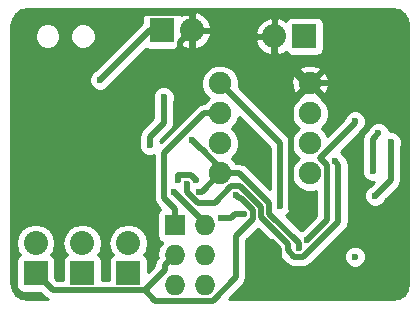
<source format=gbl>
G04 #@! TF.FileFunction,Copper,L2,Bot,Signal*
%FSLAX46Y46*%
G04 Gerber Fmt 4.6, Leading zero omitted, Abs format (unit mm)*
G04 Created by KiCad (PCBNEW (2015-11-17 BZR 6321)-product) date Tue 19 Jan 2016 02:12:06 PM EST*
%MOMM*%
G01*
G04 APERTURE LIST*
%ADD10C,0.100000*%
%ADD11C,1.905000*%
%ADD12R,2.032000X2.032000*%
%ADD13O,2.032000X2.032000*%
%ADD14R,1.727200X1.727200*%
%ADD15O,1.727200X1.727200*%
%ADD16C,0.600000*%
%ADD17C,0.500000*%
%ADD18C,0.254000*%
G04 APERTURE END LIST*
D10*
D11*
X181000000Y-106620000D03*
X181000000Y-104080000D03*
X181000000Y-101540000D03*
X181000000Y-99000000D03*
X173380000Y-99000000D03*
X173380000Y-101540000D03*
X173380000Y-104080000D03*
X173380000Y-106620000D03*
D12*
X180500000Y-95000000D03*
D13*
X177960000Y-95000000D03*
D14*
X169560000Y-111000000D03*
D15*
X172100000Y-111000000D03*
X169560000Y-113540000D03*
X172100000Y-113540000D03*
X169560000Y-116080000D03*
X172100000Y-116080000D03*
D12*
X165600000Y-115058273D03*
D13*
X165600000Y-112518273D03*
D12*
X161700000Y-115058273D03*
D13*
X161700000Y-112518273D03*
D12*
X157750000Y-115058273D03*
D13*
X157750000Y-112518273D03*
D12*
X168460000Y-94500000D03*
D13*
X171000000Y-94500000D03*
D16*
X188000000Y-98000000D03*
X186000000Y-98000000D03*
X171000000Y-101000000D03*
X165000000Y-101000000D03*
X176000000Y-104000000D03*
X179400000Y-109500000D03*
X177800000Y-112400000D03*
X180400000Y-116000000D03*
X176200000Y-113999979D03*
X159300000Y-100100000D03*
X169500000Y-108236366D03*
X171613118Y-108162465D03*
X171000000Y-103800000D03*
X167400000Y-104200000D03*
X168588223Y-100181089D03*
X180026255Y-112934432D03*
X184800000Y-113667337D03*
X186780344Y-103219656D03*
X186300000Y-106400000D03*
X186500000Y-108500000D03*
X187800000Y-104000000D03*
X175400000Y-110100000D03*
X173413601Y-110369471D03*
X178464162Y-109375151D03*
X174690995Y-108420304D03*
X171316607Y-107179618D03*
X169799978Y-107200000D03*
X170562647Y-107486346D03*
X183065252Y-105595672D03*
X180730344Y-112230344D03*
X184800000Y-102200000D03*
X163200000Y-98700000D03*
D17*
X181000000Y-99000000D02*
X185000000Y-99000000D01*
X185000000Y-99000000D02*
X186000000Y-98000000D01*
X186000000Y-98000000D02*
X188000000Y-98000000D01*
X171000000Y-94500000D02*
X171000000Y-101000000D01*
X171000000Y-94500000D02*
X169984001Y-95515999D01*
X169984001Y-95515999D02*
X169984001Y-96015999D01*
X169984001Y-96015999D02*
X165000000Y-101000000D01*
X179400000Y-109500000D02*
X179400000Y-100600000D01*
X179400000Y-100600000D02*
X181000000Y-99000000D01*
X178399979Y-113999979D02*
X178399979Y-112999979D01*
X178399979Y-112999979D02*
X177800000Y-112400000D01*
X176200000Y-113999979D02*
X178399979Y-113999979D01*
X178399979Y-113999979D02*
X180400000Y-116000000D01*
X171000000Y-93063160D02*
X170970839Y-93033999D01*
X171000000Y-94500000D02*
X171000000Y-93063160D01*
X170970839Y-93033999D02*
X166366001Y-93033999D01*
X166366001Y-93033999D02*
X159300000Y-100100000D01*
X177960000Y-95000000D02*
X177960000Y-96436840D01*
X177960000Y-96436840D02*
X180523160Y-99000000D01*
X180523160Y-99000000D02*
X181000000Y-99000000D01*
X180026255Y-112510168D02*
X180026255Y-112934432D01*
X177550024Y-110033937D02*
X180026255Y-112510168D01*
X177550024Y-109160090D02*
X177550024Y-110033937D01*
X175009934Y-106620000D02*
X177550024Y-109160090D01*
X173380000Y-106620000D02*
X175009934Y-106620000D01*
X173380000Y-106620000D02*
X171837535Y-108162465D01*
X171837535Y-108162465D02*
X171613118Y-108162465D01*
X172100000Y-111000000D02*
X172100000Y-110836366D01*
X172100000Y-110836366D02*
X169500000Y-108236366D01*
X171800000Y-104575703D02*
X171775703Y-104575703D01*
X171775703Y-104575703D02*
X171000000Y-103800000D01*
X167400000Y-103500000D02*
X167400000Y-104200000D01*
X168588223Y-102311777D02*
X167400000Y-103500000D01*
X168588223Y-100181089D02*
X168588223Y-102311777D01*
X173380000Y-106155703D02*
X171800000Y-104575703D01*
X173380000Y-106620000D02*
X173380000Y-106155703D01*
X186480345Y-103519655D02*
X186780344Y-103219656D01*
X186300000Y-103700000D02*
X186480345Y-103519655D01*
X186300000Y-106400000D02*
X186300000Y-103700000D01*
X187800000Y-104000000D02*
X187800000Y-107200000D01*
X187800000Y-107200000D02*
X186500000Y-108500000D01*
X175400000Y-110100000D02*
X174600000Y-110100000D01*
X174600000Y-110100000D02*
X174330529Y-110369471D01*
X174330529Y-110369471D02*
X173413601Y-110369471D01*
X178464162Y-108950887D02*
X178464162Y-109375151D01*
X178464162Y-104084162D02*
X178464162Y-108950887D01*
X173380000Y-99000000D02*
X178464162Y-104084162D01*
X168649998Y-108726398D02*
X168649998Y-104922964D01*
X172032962Y-101540000D02*
X173380000Y-101540000D01*
X168649998Y-104922964D02*
X172032962Y-101540000D01*
X169560000Y-111000000D02*
X169560000Y-109636400D01*
X169560000Y-109636400D02*
X168649998Y-108726398D01*
X174690995Y-115433135D02*
X174690995Y-111919009D01*
X172730529Y-117393601D02*
X174690995Y-115433135D01*
X174990994Y-108720303D02*
X174690995Y-108420304D01*
X175130307Y-108720303D02*
X174990994Y-108720303D01*
X176150002Y-109739998D02*
X175130307Y-108720303D01*
X176150002Y-110460002D02*
X176150002Y-109739998D01*
X174690995Y-111919009D02*
X176150002Y-110460002D01*
X167845328Y-117393601D02*
X172730529Y-117393601D01*
X166976001Y-116524274D02*
X167845328Y-117393601D01*
X159216001Y-116524274D02*
X166976001Y-116524274D01*
X166976001Y-116524274D02*
X168696401Y-114803874D01*
X168696401Y-114803874D02*
X168696401Y-114403599D01*
X168696401Y-114403599D02*
X169560000Y-113540000D01*
X157750000Y-115058273D02*
X159216001Y-116524274D01*
X171016608Y-106879619D02*
X171316607Y-107179618D01*
X170873333Y-106736344D02*
X171016608Y-106879619D01*
X169839370Y-106736344D02*
X170873333Y-106736344D01*
X169799978Y-107200000D02*
X169799978Y-106775736D01*
X169799978Y-106775736D02*
X169839370Y-106736344D01*
X171489974Y-109100010D02*
X170562647Y-108172683D01*
X179099990Y-112589986D02*
X176850013Y-110340009D01*
X176850013Y-110340009D02*
X176850013Y-109450044D01*
X170562647Y-108172683D02*
X170562647Y-107910610D01*
X170562647Y-107910610D02*
X170562647Y-107486346D01*
X172901285Y-109100010D02*
X171489974Y-109100010D01*
X174330993Y-107670302D02*
X172901285Y-109100010D01*
X175070271Y-107670302D02*
X174330993Y-107670302D01*
X176850013Y-109450044D02*
X175070271Y-107670302D01*
X179099990Y-113118171D02*
X179099990Y-112589986D01*
X179666253Y-113684434D02*
X179099990Y-113118171D01*
X180386257Y-113684434D02*
X179666253Y-113684434D01*
X183365251Y-110705440D02*
X180386257Y-113684434D01*
X183065252Y-105595672D02*
X183365251Y-105895671D01*
X183365251Y-105895671D02*
X183365251Y-110705440D01*
X182402501Y-105946799D02*
X182402501Y-110558187D01*
X181805702Y-105350000D02*
X182402501Y-105946799D01*
X184800000Y-102200000D02*
X184800000Y-102355702D01*
X182402501Y-110558187D02*
X180730344Y-112230344D01*
X184800000Y-102355702D02*
X181805702Y-105350000D01*
X163200000Y-98700000D02*
X167400000Y-94500000D01*
X167400000Y-94500000D02*
X168460000Y-94500000D01*
D18*
G36*
X188488338Y-92821046D02*
X188902333Y-93097669D01*
X189178953Y-93511660D01*
X189290000Y-94069931D01*
X189290000Y-115930069D01*
X189178953Y-116488340D01*
X188902333Y-116902331D01*
X188488338Y-117178954D01*
X187930069Y-117290000D01*
X174085710Y-117290000D01*
X175316782Y-116058927D01*
X175316785Y-116058925D01*
X175508628Y-115771810D01*
X175508629Y-115771809D01*
X175575996Y-115433135D01*
X175575995Y-115433130D01*
X175575995Y-112285589D01*
X176560004Y-111301579D01*
X178214990Y-112956565D01*
X178214990Y-113118166D01*
X178214989Y-113118171D01*
X178270022Y-113394833D01*
X178282357Y-113456846D01*
X178462616Y-113726624D01*
X178474200Y-113743961D01*
X179040461Y-114310221D01*
X179040463Y-114310224D01*
X179327578Y-114502067D01*
X179383769Y-114513244D01*
X179666253Y-114569435D01*
X179666258Y-114569434D01*
X180386252Y-114569434D01*
X180386257Y-114569435D01*
X180668741Y-114513244D01*
X180724932Y-114502067D01*
X181012047Y-114310224D01*
X181469766Y-113852504D01*
X183864838Y-113852504D01*
X184006883Y-114196280D01*
X184269673Y-114459529D01*
X184613201Y-114602175D01*
X184985167Y-114602499D01*
X185328943Y-114460454D01*
X185592192Y-114197664D01*
X185734838Y-113854136D01*
X185735162Y-113482170D01*
X185593117Y-113138394D01*
X185330327Y-112875145D01*
X184986799Y-112732499D01*
X184614833Y-112732175D01*
X184271057Y-112874220D01*
X184007808Y-113137010D01*
X183865162Y-113480538D01*
X183864838Y-113852504D01*
X181469766Y-113852504D01*
X183991038Y-111331232D01*
X183991041Y-111331230D01*
X184182884Y-111044115D01*
X184213104Y-110892192D01*
X184250252Y-110705440D01*
X184250251Y-110705435D01*
X184250251Y-106585167D01*
X185364838Y-106585167D01*
X185506883Y-106928943D01*
X185769673Y-107192192D01*
X186113201Y-107334838D01*
X186413321Y-107335099D01*
X186091164Y-107657256D01*
X185971057Y-107706883D01*
X185707808Y-107969673D01*
X185565162Y-108313201D01*
X185564838Y-108685167D01*
X185706883Y-109028943D01*
X185969673Y-109292192D01*
X186313201Y-109434838D01*
X186685167Y-109435162D01*
X187028943Y-109293117D01*
X187292192Y-109030327D01*
X187342566Y-108909014D01*
X188425787Y-107825792D01*
X188425790Y-107825790D01*
X188617633Y-107538675D01*
X188644914Y-107401526D01*
X188685001Y-107200000D01*
X188685000Y-107199995D01*
X188685000Y-104306822D01*
X188734838Y-104186799D01*
X188735162Y-103814833D01*
X188593117Y-103471057D01*
X188330327Y-103207808D01*
X187986799Y-103065162D01*
X187715479Y-103064926D01*
X187715506Y-103034489D01*
X187573461Y-102690713D01*
X187310671Y-102427464D01*
X186967143Y-102284818D01*
X186595177Y-102284494D01*
X186251401Y-102426539D01*
X185988152Y-102689329D01*
X185937778Y-102810642D01*
X185854555Y-102893865D01*
X185854553Y-102893868D01*
X185674210Y-103074210D01*
X185482367Y-103361325D01*
X185482367Y-103361326D01*
X185414999Y-103700000D01*
X185415000Y-103700005D01*
X185415000Y-106093178D01*
X185365162Y-106213201D01*
X185364838Y-106585167D01*
X184250251Y-106585167D01*
X184250251Y-105895676D01*
X184250252Y-105895671D01*
X184182884Y-105556997D01*
X184182884Y-105556996D01*
X183991041Y-105269881D01*
X183991038Y-105269879D01*
X183907997Y-105186837D01*
X183858369Y-105066729D01*
X183599687Y-104807595D01*
X185425787Y-102981494D01*
X185425790Y-102981492D01*
X185617633Y-102694377D01*
X185627300Y-102645778D01*
X185734838Y-102386799D01*
X185735162Y-102014833D01*
X185593117Y-101671057D01*
X185330327Y-101407808D01*
X184986799Y-101265162D01*
X184614833Y-101264838D01*
X184271057Y-101406883D01*
X184007808Y-101669673D01*
X183865162Y-102013201D01*
X183865140Y-102038983D01*
X182456418Y-103447704D01*
X182346602Y-103181928D01*
X181975065Y-102809743D01*
X182345032Y-102440421D01*
X182587224Y-101857159D01*
X182587775Y-101225612D01*
X182346602Y-100641928D01*
X181908471Y-100203032D01*
X181938554Y-100118159D01*
X181000000Y-99179605D01*
X180061446Y-100118159D01*
X180091725Y-100203583D01*
X179654968Y-100639579D01*
X179412776Y-101222841D01*
X179412225Y-101854388D01*
X179653398Y-102438072D01*
X180024935Y-102810257D01*
X179654968Y-103179579D01*
X179412776Y-103762841D01*
X179412225Y-104394388D01*
X179653398Y-104978072D01*
X180024935Y-105350257D01*
X179654968Y-105719579D01*
X179412776Y-106302841D01*
X179412225Y-106934388D01*
X179653398Y-107518072D01*
X180099579Y-107965032D01*
X180682841Y-108207224D01*
X181314388Y-108207775D01*
X181517501Y-108123851D01*
X181517501Y-110191608D01*
X180321508Y-111387600D01*
X180203872Y-111436206D01*
X178952650Y-110184984D01*
X178993105Y-110168268D01*
X179256354Y-109905478D01*
X179399000Y-109561950D01*
X179399324Y-109189984D01*
X179349162Y-109068582D01*
X179349162Y-104084167D01*
X179349163Y-104084162D01*
X179281795Y-103745488D01*
X179281795Y-103745487D01*
X179089952Y-103458372D01*
X179089949Y-103458370D01*
X174961800Y-99330221D01*
X174967224Y-99317159D01*
X174967721Y-98746801D01*
X179401325Y-98746801D01*
X179426122Y-99377861D01*
X179619912Y-99845712D01*
X179881841Y-99938554D01*
X180820395Y-99000000D01*
X181179605Y-99000000D01*
X182118159Y-99938554D01*
X182380088Y-99845712D01*
X182598675Y-99253199D01*
X182573878Y-98622139D01*
X182380088Y-98154288D01*
X182118159Y-98061446D01*
X181179605Y-99000000D01*
X180820395Y-99000000D01*
X179881841Y-98061446D01*
X179619912Y-98154288D01*
X179401325Y-98746801D01*
X174967721Y-98746801D01*
X174967775Y-98685612D01*
X174726602Y-98101928D01*
X174506899Y-97881841D01*
X180061446Y-97881841D01*
X181000000Y-98820395D01*
X181938554Y-97881841D01*
X181845712Y-97619912D01*
X181253199Y-97401325D01*
X180622139Y-97426122D01*
X180154288Y-97619912D01*
X180061446Y-97881841D01*
X174506899Y-97881841D01*
X174280421Y-97654968D01*
X173697159Y-97412776D01*
X173065612Y-97412225D01*
X172481928Y-97653398D01*
X172034968Y-98099579D01*
X171792776Y-98682841D01*
X171792225Y-99314388D01*
X172033398Y-99898072D01*
X172404935Y-100270257D01*
X172034968Y-100639579D01*
X172028169Y-100655952D01*
X171694288Y-100722366D01*
X171694286Y-100722367D01*
X171694287Y-100722367D01*
X171407172Y-100914210D01*
X171407170Y-100914213D01*
X168326796Y-103994586D01*
X168285000Y-103893431D01*
X168285000Y-103866580D01*
X169214010Y-102937569D01*
X169214013Y-102937567D01*
X169405856Y-102650452D01*
X169437220Y-102492776D01*
X169473224Y-102311777D01*
X169473223Y-102311772D01*
X169473223Y-100487911D01*
X169523061Y-100367888D01*
X169523385Y-99995922D01*
X169381340Y-99652146D01*
X169118550Y-99388897D01*
X168775022Y-99246251D01*
X168403056Y-99245927D01*
X168059280Y-99387972D01*
X167796031Y-99650762D01*
X167653385Y-99994290D01*
X167653061Y-100366256D01*
X167703223Y-100487658D01*
X167703223Y-101945198D01*
X166774210Y-102874210D01*
X166582367Y-103161325D01*
X166575315Y-103196777D01*
X166514999Y-103500000D01*
X166515000Y-103500005D01*
X166515000Y-103893178D01*
X166465162Y-104013201D01*
X166464838Y-104385167D01*
X166606883Y-104728943D01*
X166869673Y-104992192D01*
X167213201Y-105134838D01*
X167585167Y-105135162D01*
X167764998Y-105060858D01*
X167764998Y-108726393D01*
X167764997Y-108726398D01*
X167809601Y-108950631D01*
X167832365Y-109065073D01*
X168001119Y-109317633D01*
X168024208Y-109352188D01*
X168305423Y-109633403D01*
X168244959Y-109672310D01*
X168099969Y-109884510D01*
X168048960Y-110136400D01*
X168048960Y-111863600D01*
X168093238Y-112098917D01*
X168232310Y-112315041D01*
X168444510Y-112460031D01*
X168488131Y-112468864D01*
X168470971Y-112480330D01*
X168146115Y-112966511D01*
X168032041Y-113540000D01*
X168077895Y-113770525D01*
X168070611Y-113777809D01*
X167878768Y-114064924D01*
X167878768Y-114064925D01*
X167811400Y-114403599D01*
X167811401Y-114403604D01*
X167811401Y-114437295D01*
X167263440Y-114985256D01*
X167263440Y-114042273D01*
X167219162Y-113806956D01*
X167080090Y-113590832D01*
X166931163Y-113489075D01*
X167157670Y-113150083D01*
X167283345Y-112518273D01*
X167157670Y-111886463D01*
X166799778Y-111350840D01*
X166264155Y-110992948D01*
X165632345Y-110867273D01*
X165567655Y-110867273D01*
X164935845Y-110992948D01*
X164400222Y-111350840D01*
X164042330Y-111886463D01*
X163916655Y-112518273D01*
X164042330Y-113150083D01*
X164269499Y-113490065D01*
X164132559Y-113578183D01*
X163987569Y-113790383D01*
X163936560Y-114042273D01*
X163936560Y-115639274D01*
X163363440Y-115639274D01*
X163363440Y-114042273D01*
X163319162Y-113806956D01*
X163180090Y-113590832D01*
X163031163Y-113489075D01*
X163257670Y-113150083D01*
X163383345Y-112518273D01*
X163257670Y-111886463D01*
X162899778Y-111350840D01*
X162364155Y-110992948D01*
X161732345Y-110867273D01*
X161667655Y-110867273D01*
X161035845Y-110992948D01*
X160500222Y-111350840D01*
X160142330Y-111886463D01*
X160016655Y-112518273D01*
X160142330Y-113150083D01*
X160369499Y-113490065D01*
X160232559Y-113578183D01*
X160087569Y-113790383D01*
X160036560Y-114042273D01*
X160036560Y-115639274D01*
X159582580Y-115639274D01*
X159413440Y-115470134D01*
X159413440Y-114042273D01*
X159369162Y-113806956D01*
X159230090Y-113590832D01*
X159081163Y-113489075D01*
X159307670Y-113150083D01*
X159433345Y-112518273D01*
X159307670Y-111886463D01*
X158949778Y-111350840D01*
X158414155Y-110992948D01*
X157782345Y-110867273D01*
X157717655Y-110867273D01*
X157085845Y-110992948D01*
X156550222Y-111350840D01*
X156192330Y-111886463D01*
X156066655Y-112518273D01*
X156192330Y-113150083D01*
X156419499Y-113490065D01*
X156282559Y-113578183D01*
X156137569Y-113790383D01*
X156086560Y-114042273D01*
X156086560Y-116074273D01*
X156130838Y-116309590D01*
X156269910Y-116525714D01*
X156482110Y-116670704D01*
X156734000Y-116721713D01*
X158161861Y-116721713D01*
X158590209Y-117150061D01*
X158590211Y-117150064D01*
X158799641Y-117290000D01*
X157069931Y-117290000D01*
X156511660Y-117178953D01*
X156097669Y-116902333D01*
X155821046Y-116488338D01*
X155710000Y-115930069D01*
X155710000Y-98885167D01*
X162264838Y-98885167D01*
X162406883Y-99228943D01*
X162669673Y-99492192D01*
X163013201Y-99634838D01*
X163385167Y-99635162D01*
X163728943Y-99493117D01*
X163992192Y-99230327D01*
X164042566Y-99109014D01*
X167101238Y-96050341D01*
X167192110Y-96112431D01*
X167444000Y-96163440D01*
X169476000Y-96163440D01*
X169711317Y-96119162D01*
X169927441Y-95980090D01*
X170038840Y-95817052D01*
X170135182Y-95906385D01*
X170617056Y-96105975D01*
X170873000Y-95986836D01*
X170873000Y-94627000D01*
X171127000Y-94627000D01*
X171127000Y-95986836D01*
X171382944Y-96105975D01*
X171864818Y-95906385D01*
X172337188Y-95468379D01*
X172376413Y-95382946D01*
X176354017Y-95382946D01*
X176622812Y-95968379D01*
X177095182Y-96406385D01*
X177577056Y-96605975D01*
X177833000Y-96486836D01*
X177833000Y-95127000D01*
X176472633Y-95127000D01*
X176354017Y-95382946D01*
X172376413Y-95382946D01*
X172605983Y-94882946D01*
X172487367Y-94627000D01*
X171127000Y-94627000D01*
X170873000Y-94627000D01*
X170853000Y-94627000D01*
X170853000Y-94617054D01*
X176354017Y-94617054D01*
X176472633Y-94873000D01*
X177833000Y-94873000D01*
X177833000Y-93513164D01*
X178087000Y-93513164D01*
X178087000Y-94873000D01*
X178107000Y-94873000D01*
X178107000Y-95127000D01*
X178087000Y-95127000D01*
X178087000Y-96486836D01*
X178342944Y-96605975D01*
X178824818Y-96406385D01*
X178922398Y-96315903D01*
X179019910Y-96467441D01*
X179232110Y-96612431D01*
X179484000Y-96663440D01*
X181516000Y-96663440D01*
X181751317Y-96619162D01*
X181967441Y-96480090D01*
X182112431Y-96267890D01*
X182163440Y-96016000D01*
X182163440Y-93984000D01*
X182119162Y-93748683D01*
X181980090Y-93532559D01*
X181767890Y-93387569D01*
X181516000Y-93336560D01*
X179484000Y-93336560D01*
X179248683Y-93380838D01*
X179032559Y-93519910D01*
X178921160Y-93682948D01*
X178824818Y-93593615D01*
X178342944Y-93394025D01*
X178087000Y-93513164D01*
X177833000Y-93513164D01*
X177577056Y-93394025D01*
X177095182Y-93593615D01*
X176622812Y-94031621D01*
X176354017Y-94617054D01*
X170853000Y-94617054D01*
X170853000Y-94373000D01*
X170873000Y-94373000D01*
X170873000Y-93013164D01*
X171127000Y-93013164D01*
X171127000Y-94373000D01*
X172487367Y-94373000D01*
X172605983Y-94117054D01*
X172337188Y-93531621D01*
X171864818Y-93093615D01*
X171382944Y-92894025D01*
X171127000Y-93013164D01*
X170873000Y-93013164D01*
X170617056Y-92894025D01*
X170135182Y-93093615D01*
X170037602Y-93184097D01*
X169940090Y-93032559D01*
X169727890Y-92887569D01*
X169476000Y-92836560D01*
X167444000Y-92836560D01*
X167208683Y-92880838D01*
X166992559Y-93019910D01*
X166847569Y-93232110D01*
X166796560Y-93484000D01*
X166796560Y-93859276D01*
X166774210Y-93874210D01*
X166774208Y-93874213D01*
X162791164Y-97857256D01*
X162671057Y-97906883D01*
X162407808Y-98169673D01*
X162265162Y-98513201D01*
X162264838Y-98885167D01*
X155710000Y-98885167D01*
X155710000Y-95214873D01*
X157664812Y-95214873D01*
X157829646Y-95613800D01*
X158134595Y-95919282D01*
X158533233Y-96084811D01*
X158964873Y-96085188D01*
X159363800Y-95920354D01*
X159669282Y-95615405D01*
X159834811Y-95216767D01*
X159834812Y-95214873D01*
X160664812Y-95214873D01*
X160829646Y-95613800D01*
X161134595Y-95919282D01*
X161533233Y-96084811D01*
X161964873Y-96085188D01*
X162363800Y-95920354D01*
X162669282Y-95615405D01*
X162834811Y-95216767D01*
X162835188Y-94785127D01*
X162670354Y-94386200D01*
X162365405Y-94080718D01*
X161966767Y-93915189D01*
X161535127Y-93914812D01*
X161136200Y-94079646D01*
X160830718Y-94384595D01*
X160665189Y-94783233D01*
X160664812Y-95214873D01*
X159834812Y-95214873D01*
X159835188Y-94785127D01*
X159670354Y-94386200D01*
X159365405Y-94080718D01*
X158966767Y-93915189D01*
X158535127Y-93914812D01*
X158136200Y-94079646D01*
X157830718Y-94384595D01*
X157665189Y-94783233D01*
X157664812Y-95214873D01*
X155710000Y-95214873D01*
X155710000Y-94069931D01*
X155821046Y-93511662D01*
X156097669Y-93097667D01*
X156511660Y-92821047D01*
X157069931Y-92710000D01*
X187930069Y-92710000D01*
X188488338Y-92821046D01*
X188488338Y-92821046D01*
G37*
X188488338Y-92821046D02*
X188902333Y-93097669D01*
X189178953Y-93511660D01*
X189290000Y-94069931D01*
X189290000Y-115930069D01*
X189178953Y-116488340D01*
X188902333Y-116902331D01*
X188488338Y-117178954D01*
X187930069Y-117290000D01*
X174085710Y-117290000D01*
X175316782Y-116058927D01*
X175316785Y-116058925D01*
X175508628Y-115771810D01*
X175508629Y-115771809D01*
X175575996Y-115433135D01*
X175575995Y-115433130D01*
X175575995Y-112285589D01*
X176560004Y-111301579D01*
X178214990Y-112956565D01*
X178214990Y-113118166D01*
X178214989Y-113118171D01*
X178270022Y-113394833D01*
X178282357Y-113456846D01*
X178462616Y-113726624D01*
X178474200Y-113743961D01*
X179040461Y-114310221D01*
X179040463Y-114310224D01*
X179327578Y-114502067D01*
X179383769Y-114513244D01*
X179666253Y-114569435D01*
X179666258Y-114569434D01*
X180386252Y-114569434D01*
X180386257Y-114569435D01*
X180668741Y-114513244D01*
X180724932Y-114502067D01*
X181012047Y-114310224D01*
X181469766Y-113852504D01*
X183864838Y-113852504D01*
X184006883Y-114196280D01*
X184269673Y-114459529D01*
X184613201Y-114602175D01*
X184985167Y-114602499D01*
X185328943Y-114460454D01*
X185592192Y-114197664D01*
X185734838Y-113854136D01*
X185735162Y-113482170D01*
X185593117Y-113138394D01*
X185330327Y-112875145D01*
X184986799Y-112732499D01*
X184614833Y-112732175D01*
X184271057Y-112874220D01*
X184007808Y-113137010D01*
X183865162Y-113480538D01*
X183864838Y-113852504D01*
X181469766Y-113852504D01*
X183991038Y-111331232D01*
X183991041Y-111331230D01*
X184182884Y-111044115D01*
X184213104Y-110892192D01*
X184250252Y-110705440D01*
X184250251Y-110705435D01*
X184250251Y-106585167D01*
X185364838Y-106585167D01*
X185506883Y-106928943D01*
X185769673Y-107192192D01*
X186113201Y-107334838D01*
X186413321Y-107335099D01*
X186091164Y-107657256D01*
X185971057Y-107706883D01*
X185707808Y-107969673D01*
X185565162Y-108313201D01*
X185564838Y-108685167D01*
X185706883Y-109028943D01*
X185969673Y-109292192D01*
X186313201Y-109434838D01*
X186685167Y-109435162D01*
X187028943Y-109293117D01*
X187292192Y-109030327D01*
X187342566Y-108909014D01*
X188425787Y-107825792D01*
X188425790Y-107825790D01*
X188617633Y-107538675D01*
X188644914Y-107401526D01*
X188685001Y-107200000D01*
X188685000Y-107199995D01*
X188685000Y-104306822D01*
X188734838Y-104186799D01*
X188735162Y-103814833D01*
X188593117Y-103471057D01*
X188330327Y-103207808D01*
X187986799Y-103065162D01*
X187715479Y-103064926D01*
X187715506Y-103034489D01*
X187573461Y-102690713D01*
X187310671Y-102427464D01*
X186967143Y-102284818D01*
X186595177Y-102284494D01*
X186251401Y-102426539D01*
X185988152Y-102689329D01*
X185937778Y-102810642D01*
X185854555Y-102893865D01*
X185854553Y-102893868D01*
X185674210Y-103074210D01*
X185482367Y-103361325D01*
X185482367Y-103361326D01*
X185414999Y-103700000D01*
X185415000Y-103700005D01*
X185415000Y-106093178D01*
X185365162Y-106213201D01*
X185364838Y-106585167D01*
X184250251Y-106585167D01*
X184250251Y-105895676D01*
X184250252Y-105895671D01*
X184182884Y-105556997D01*
X184182884Y-105556996D01*
X183991041Y-105269881D01*
X183991038Y-105269879D01*
X183907997Y-105186837D01*
X183858369Y-105066729D01*
X183599687Y-104807595D01*
X185425787Y-102981494D01*
X185425790Y-102981492D01*
X185617633Y-102694377D01*
X185627300Y-102645778D01*
X185734838Y-102386799D01*
X185735162Y-102014833D01*
X185593117Y-101671057D01*
X185330327Y-101407808D01*
X184986799Y-101265162D01*
X184614833Y-101264838D01*
X184271057Y-101406883D01*
X184007808Y-101669673D01*
X183865162Y-102013201D01*
X183865140Y-102038983D01*
X182456418Y-103447704D01*
X182346602Y-103181928D01*
X181975065Y-102809743D01*
X182345032Y-102440421D01*
X182587224Y-101857159D01*
X182587775Y-101225612D01*
X182346602Y-100641928D01*
X181908471Y-100203032D01*
X181938554Y-100118159D01*
X181000000Y-99179605D01*
X180061446Y-100118159D01*
X180091725Y-100203583D01*
X179654968Y-100639579D01*
X179412776Y-101222841D01*
X179412225Y-101854388D01*
X179653398Y-102438072D01*
X180024935Y-102810257D01*
X179654968Y-103179579D01*
X179412776Y-103762841D01*
X179412225Y-104394388D01*
X179653398Y-104978072D01*
X180024935Y-105350257D01*
X179654968Y-105719579D01*
X179412776Y-106302841D01*
X179412225Y-106934388D01*
X179653398Y-107518072D01*
X180099579Y-107965032D01*
X180682841Y-108207224D01*
X181314388Y-108207775D01*
X181517501Y-108123851D01*
X181517501Y-110191608D01*
X180321508Y-111387600D01*
X180203872Y-111436206D01*
X178952650Y-110184984D01*
X178993105Y-110168268D01*
X179256354Y-109905478D01*
X179399000Y-109561950D01*
X179399324Y-109189984D01*
X179349162Y-109068582D01*
X179349162Y-104084167D01*
X179349163Y-104084162D01*
X179281795Y-103745488D01*
X179281795Y-103745487D01*
X179089952Y-103458372D01*
X179089949Y-103458370D01*
X174961800Y-99330221D01*
X174967224Y-99317159D01*
X174967721Y-98746801D01*
X179401325Y-98746801D01*
X179426122Y-99377861D01*
X179619912Y-99845712D01*
X179881841Y-99938554D01*
X180820395Y-99000000D01*
X181179605Y-99000000D01*
X182118159Y-99938554D01*
X182380088Y-99845712D01*
X182598675Y-99253199D01*
X182573878Y-98622139D01*
X182380088Y-98154288D01*
X182118159Y-98061446D01*
X181179605Y-99000000D01*
X180820395Y-99000000D01*
X179881841Y-98061446D01*
X179619912Y-98154288D01*
X179401325Y-98746801D01*
X174967721Y-98746801D01*
X174967775Y-98685612D01*
X174726602Y-98101928D01*
X174506899Y-97881841D01*
X180061446Y-97881841D01*
X181000000Y-98820395D01*
X181938554Y-97881841D01*
X181845712Y-97619912D01*
X181253199Y-97401325D01*
X180622139Y-97426122D01*
X180154288Y-97619912D01*
X180061446Y-97881841D01*
X174506899Y-97881841D01*
X174280421Y-97654968D01*
X173697159Y-97412776D01*
X173065612Y-97412225D01*
X172481928Y-97653398D01*
X172034968Y-98099579D01*
X171792776Y-98682841D01*
X171792225Y-99314388D01*
X172033398Y-99898072D01*
X172404935Y-100270257D01*
X172034968Y-100639579D01*
X172028169Y-100655952D01*
X171694288Y-100722366D01*
X171694286Y-100722367D01*
X171694287Y-100722367D01*
X171407172Y-100914210D01*
X171407170Y-100914213D01*
X168326796Y-103994586D01*
X168285000Y-103893431D01*
X168285000Y-103866580D01*
X169214010Y-102937569D01*
X169214013Y-102937567D01*
X169405856Y-102650452D01*
X169437220Y-102492776D01*
X169473224Y-102311777D01*
X169473223Y-102311772D01*
X169473223Y-100487911D01*
X169523061Y-100367888D01*
X169523385Y-99995922D01*
X169381340Y-99652146D01*
X169118550Y-99388897D01*
X168775022Y-99246251D01*
X168403056Y-99245927D01*
X168059280Y-99387972D01*
X167796031Y-99650762D01*
X167653385Y-99994290D01*
X167653061Y-100366256D01*
X167703223Y-100487658D01*
X167703223Y-101945198D01*
X166774210Y-102874210D01*
X166582367Y-103161325D01*
X166575315Y-103196777D01*
X166514999Y-103500000D01*
X166515000Y-103500005D01*
X166515000Y-103893178D01*
X166465162Y-104013201D01*
X166464838Y-104385167D01*
X166606883Y-104728943D01*
X166869673Y-104992192D01*
X167213201Y-105134838D01*
X167585167Y-105135162D01*
X167764998Y-105060858D01*
X167764998Y-108726393D01*
X167764997Y-108726398D01*
X167809601Y-108950631D01*
X167832365Y-109065073D01*
X168001119Y-109317633D01*
X168024208Y-109352188D01*
X168305423Y-109633403D01*
X168244959Y-109672310D01*
X168099969Y-109884510D01*
X168048960Y-110136400D01*
X168048960Y-111863600D01*
X168093238Y-112098917D01*
X168232310Y-112315041D01*
X168444510Y-112460031D01*
X168488131Y-112468864D01*
X168470971Y-112480330D01*
X168146115Y-112966511D01*
X168032041Y-113540000D01*
X168077895Y-113770525D01*
X168070611Y-113777809D01*
X167878768Y-114064924D01*
X167878768Y-114064925D01*
X167811400Y-114403599D01*
X167811401Y-114403604D01*
X167811401Y-114437295D01*
X167263440Y-114985256D01*
X167263440Y-114042273D01*
X167219162Y-113806956D01*
X167080090Y-113590832D01*
X166931163Y-113489075D01*
X167157670Y-113150083D01*
X167283345Y-112518273D01*
X167157670Y-111886463D01*
X166799778Y-111350840D01*
X166264155Y-110992948D01*
X165632345Y-110867273D01*
X165567655Y-110867273D01*
X164935845Y-110992948D01*
X164400222Y-111350840D01*
X164042330Y-111886463D01*
X163916655Y-112518273D01*
X164042330Y-113150083D01*
X164269499Y-113490065D01*
X164132559Y-113578183D01*
X163987569Y-113790383D01*
X163936560Y-114042273D01*
X163936560Y-115639274D01*
X163363440Y-115639274D01*
X163363440Y-114042273D01*
X163319162Y-113806956D01*
X163180090Y-113590832D01*
X163031163Y-113489075D01*
X163257670Y-113150083D01*
X163383345Y-112518273D01*
X163257670Y-111886463D01*
X162899778Y-111350840D01*
X162364155Y-110992948D01*
X161732345Y-110867273D01*
X161667655Y-110867273D01*
X161035845Y-110992948D01*
X160500222Y-111350840D01*
X160142330Y-111886463D01*
X160016655Y-112518273D01*
X160142330Y-113150083D01*
X160369499Y-113490065D01*
X160232559Y-113578183D01*
X160087569Y-113790383D01*
X160036560Y-114042273D01*
X160036560Y-115639274D01*
X159582580Y-115639274D01*
X159413440Y-115470134D01*
X159413440Y-114042273D01*
X159369162Y-113806956D01*
X159230090Y-113590832D01*
X159081163Y-113489075D01*
X159307670Y-113150083D01*
X159433345Y-112518273D01*
X159307670Y-111886463D01*
X158949778Y-111350840D01*
X158414155Y-110992948D01*
X157782345Y-110867273D01*
X157717655Y-110867273D01*
X157085845Y-110992948D01*
X156550222Y-111350840D01*
X156192330Y-111886463D01*
X156066655Y-112518273D01*
X156192330Y-113150083D01*
X156419499Y-113490065D01*
X156282559Y-113578183D01*
X156137569Y-113790383D01*
X156086560Y-114042273D01*
X156086560Y-116074273D01*
X156130838Y-116309590D01*
X156269910Y-116525714D01*
X156482110Y-116670704D01*
X156734000Y-116721713D01*
X158161861Y-116721713D01*
X158590209Y-117150061D01*
X158590211Y-117150064D01*
X158799641Y-117290000D01*
X157069931Y-117290000D01*
X156511660Y-117178953D01*
X156097669Y-116902333D01*
X155821046Y-116488338D01*
X155710000Y-115930069D01*
X155710000Y-98885167D01*
X162264838Y-98885167D01*
X162406883Y-99228943D01*
X162669673Y-99492192D01*
X163013201Y-99634838D01*
X163385167Y-99635162D01*
X163728943Y-99493117D01*
X163992192Y-99230327D01*
X164042566Y-99109014D01*
X167101238Y-96050341D01*
X167192110Y-96112431D01*
X167444000Y-96163440D01*
X169476000Y-96163440D01*
X169711317Y-96119162D01*
X169927441Y-95980090D01*
X170038840Y-95817052D01*
X170135182Y-95906385D01*
X170617056Y-96105975D01*
X170873000Y-95986836D01*
X170873000Y-94627000D01*
X171127000Y-94627000D01*
X171127000Y-95986836D01*
X171382944Y-96105975D01*
X171864818Y-95906385D01*
X172337188Y-95468379D01*
X172376413Y-95382946D01*
X176354017Y-95382946D01*
X176622812Y-95968379D01*
X177095182Y-96406385D01*
X177577056Y-96605975D01*
X177833000Y-96486836D01*
X177833000Y-95127000D01*
X176472633Y-95127000D01*
X176354017Y-95382946D01*
X172376413Y-95382946D01*
X172605983Y-94882946D01*
X172487367Y-94627000D01*
X171127000Y-94627000D01*
X170873000Y-94627000D01*
X170853000Y-94627000D01*
X170853000Y-94617054D01*
X176354017Y-94617054D01*
X176472633Y-94873000D01*
X177833000Y-94873000D01*
X177833000Y-93513164D01*
X178087000Y-93513164D01*
X178087000Y-94873000D01*
X178107000Y-94873000D01*
X178107000Y-95127000D01*
X178087000Y-95127000D01*
X178087000Y-96486836D01*
X178342944Y-96605975D01*
X178824818Y-96406385D01*
X178922398Y-96315903D01*
X179019910Y-96467441D01*
X179232110Y-96612431D01*
X179484000Y-96663440D01*
X181516000Y-96663440D01*
X181751317Y-96619162D01*
X181967441Y-96480090D01*
X182112431Y-96267890D01*
X182163440Y-96016000D01*
X182163440Y-93984000D01*
X182119162Y-93748683D01*
X181980090Y-93532559D01*
X181767890Y-93387569D01*
X181516000Y-93336560D01*
X179484000Y-93336560D01*
X179248683Y-93380838D01*
X179032559Y-93519910D01*
X178921160Y-93682948D01*
X178824818Y-93593615D01*
X178342944Y-93394025D01*
X178087000Y-93513164D01*
X177833000Y-93513164D01*
X177577056Y-93394025D01*
X177095182Y-93593615D01*
X176622812Y-94031621D01*
X176354017Y-94617054D01*
X170853000Y-94617054D01*
X170853000Y-94373000D01*
X170873000Y-94373000D01*
X170873000Y-93013164D01*
X171127000Y-93013164D01*
X171127000Y-94373000D01*
X172487367Y-94373000D01*
X172605983Y-94117054D01*
X172337188Y-93531621D01*
X171864818Y-93093615D01*
X171382944Y-92894025D01*
X171127000Y-93013164D01*
X170873000Y-93013164D01*
X170617056Y-92894025D01*
X170135182Y-93093615D01*
X170037602Y-93184097D01*
X169940090Y-93032559D01*
X169727890Y-92887569D01*
X169476000Y-92836560D01*
X167444000Y-92836560D01*
X167208683Y-92880838D01*
X166992559Y-93019910D01*
X166847569Y-93232110D01*
X166796560Y-93484000D01*
X166796560Y-93859276D01*
X166774210Y-93874210D01*
X166774208Y-93874213D01*
X162791164Y-97857256D01*
X162671057Y-97906883D01*
X162407808Y-98169673D01*
X162265162Y-98513201D01*
X162264838Y-98885167D01*
X155710000Y-98885167D01*
X155710000Y-95214873D01*
X157664812Y-95214873D01*
X157829646Y-95613800D01*
X158134595Y-95919282D01*
X158533233Y-96084811D01*
X158964873Y-96085188D01*
X159363800Y-95920354D01*
X159669282Y-95615405D01*
X159834811Y-95216767D01*
X159834812Y-95214873D01*
X160664812Y-95214873D01*
X160829646Y-95613800D01*
X161134595Y-95919282D01*
X161533233Y-96084811D01*
X161964873Y-96085188D01*
X162363800Y-95920354D01*
X162669282Y-95615405D01*
X162834811Y-95216767D01*
X162835188Y-94785127D01*
X162670354Y-94386200D01*
X162365405Y-94080718D01*
X161966767Y-93915189D01*
X161535127Y-93914812D01*
X161136200Y-94079646D01*
X160830718Y-94384595D01*
X160665189Y-94783233D01*
X160664812Y-95214873D01*
X159834812Y-95214873D01*
X159835188Y-94785127D01*
X159670354Y-94386200D01*
X159365405Y-94080718D01*
X158966767Y-93915189D01*
X158535127Y-93914812D01*
X158136200Y-94079646D01*
X157830718Y-94384595D01*
X157665189Y-94783233D01*
X157664812Y-95214873D01*
X155710000Y-95214873D01*
X155710000Y-94069931D01*
X155821046Y-93511662D01*
X156097669Y-93097667D01*
X156511660Y-92821047D01*
X157069931Y-92710000D01*
X187930069Y-92710000D01*
X188488338Y-92821046D01*
G36*
X172227000Y-115953000D02*
X172247000Y-115953000D01*
X172247000Y-116207000D01*
X172227000Y-116207000D01*
X172227000Y-116227000D01*
X171973000Y-116227000D01*
X171973000Y-116207000D01*
X171953000Y-116207000D01*
X171953000Y-115953000D01*
X171973000Y-115953000D01*
X171973000Y-115933000D01*
X172227000Y-115933000D01*
X172227000Y-115953000D01*
X172227000Y-115953000D01*
G37*
X172227000Y-115953000D02*
X172247000Y-115953000D01*
X172247000Y-116207000D01*
X172227000Y-116207000D01*
X172227000Y-116227000D01*
X171973000Y-116227000D01*
X171973000Y-116207000D01*
X171953000Y-116207000D01*
X171953000Y-115953000D01*
X171973000Y-115953000D01*
X171973000Y-115933000D01*
X172227000Y-115933000D01*
X172227000Y-115953000D01*
G36*
X177579162Y-104450741D02*
X177579162Y-107937649D01*
X175635724Y-105994210D01*
X175564768Y-105946799D01*
X175348609Y-105802367D01*
X175248586Y-105782471D01*
X175009934Y-105734999D01*
X175009929Y-105735000D01*
X174732003Y-105735000D01*
X174726602Y-105721928D01*
X174355065Y-105349743D01*
X174725032Y-104980421D01*
X174967224Y-104397159D01*
X174967775Y-103765612D01*
X174726602Y-103181928D01*
X174355065Y-102809743D01*
X174725032Y-102440421D01*
X174967224Y-101857159D01*
X174967240Y-101838820D01*
X177579162Y-104450741D01*
X177579162Y-104450741D01*
G37*
X177579162Y-104450741D02*
X177579162Y-107937649D01*
X175635724Y-105994210D01*
X175564768Y-105946799D01*
X175348609Y-105802367D01*
X175248586Y-105782471D01*
X175009934Y-105734999D01*
X175009929Y-105735000D01*
X174732003Y-105735000D01*
X174726602Y-105721928D01*
X174355065Y-105349743D01*
X174725032Y-104980421D01*
X174967224Y-104397159D01*
X174967775Y-103765612D01*
X174726602Y-103181928D01*
X174355065Y-102809743D01*
X174725032Y-102440421D01*
X174967224Y-101857159D01*
X174967240Y-101838820D01*
X177579162Y-104450741D01*
M02*

</source>
